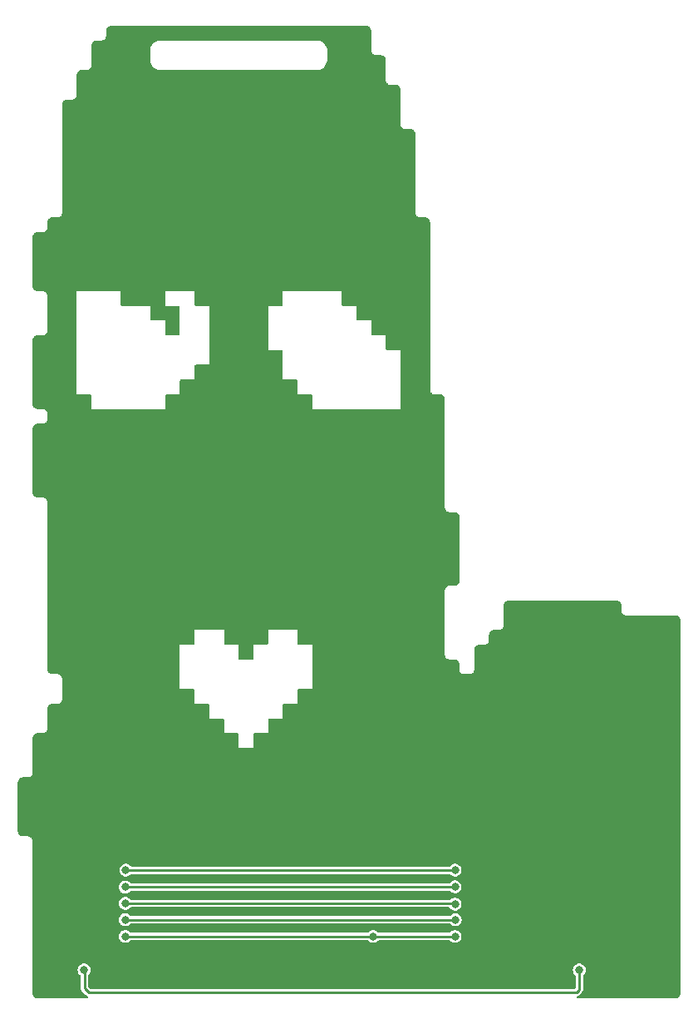
<source format=gbr>
%TF.GenerationSoftware,KiCad,Pcbnew,7.0.9*%
%TF.CreationDate,2024-01-25T10:25:38+02:00*%
%TF.ProjectId,ncscfi-badge2024,6e637363-6669-42d6-9261-646765323032,rev?*%
%TF.SameCoordinates,Original*%
%TF.FileFunction,Copper,L1,Top*%
%TF.FilePolarity,Positive*%
%FSLAX46Y46*%
G04 Gerber Fmt 4.6, Leading zero omitted, Abs format (unit mm)*
G04 Created by KiCad (PCBNEW 7.0.9) date 2024-01-25 10:25:38*
%MOMM*%
%LPD*%
G01*
G04 APERTURE LIST*
%TA.AperFunction,ViaPad*%
%ADD10C,0.800000*%
%TD*%
%TA.AperFunction,Conductor*%
%ADD11C,0.250000*%
%TD*%
G04 APERTURE END LIST*
D10*
%TO.N,PICO_PWR_IN*%
X18750000Y-108100000D03*
X69200000Y-108100000D03*
%TO.N,GND*%
X61000000Y-99550000D03*
X60800000Y-104700000D03*
%TO.N,PWM5A*%
X22950000Y-104700000D03*
X48200000Y-104700000D03*
X56550000Y-104700000D03*
%TO.N,HEART_RED*%
X56550000Y-101400000D03*
X22950000Y-101329905D03*
%TO.N,HEART_GREEN*%
X22950000Y-103000000D03*
X56574500Y-103000000D03*
%TO.N,PWM5B*%
X23000000Y-97950000D03*
X56550000Y-97950000D03*
%TO.N,PWM6A*%
X22950000Y-99674500D03*
X56550000Y-99650000D03*
%TD*%
D11*
%TO.N,PICO_PWR_IN*%
X69200000Y-108100000D02*
X69200000Y-110100000D01*
X19200000Y-110400000D02*
X18800000Y-110000000D01*
X68900000Y-110400000D02*
X19200000Y-110400000D01*
X18800000Y-108200000D02*
X18900000Y-108100000D01*
X18800000Y-110000000D02*
X18800000Y-108200000D01*
X69200000Y-110100000D02*
X68900000Y-110400000D01*
%TO.N,GND*%
X78000000Y-99650000D02*
X78050000Y-99700000D01*
X61000000Y-99550000D02*
X61100000Y-99650000D01*
X60800500Y-104700500D02*
X60800000Y-104700000D01*
X78050000Y-104700500D02*
X60800500Y-104700500D01*
X61100000Y-99650000D02*
X78000000Y-99650000D01*
X78050000Y-99700000D02*
X78050000Y-104700500D01*
%TO.N,PWM5A*%
X48200000Y-104700000D02*
X56550000Y-104700000D01*
X22950000Y-104700000D02*
X48200000Y-104700000D01*
%TO.N,HEART_RED*%
X56479905Y-101329905D02*
X56550000Y-101400000D01*
X22950000Y-101329905D02*
X56479905Y-101329905D01*
%TO.N,HEART_GREEN*%
X22950000Y-103000000D02*
X56574500Y-103000000D01*
%TO.N,PWM5B*%
X23000000Y-97950000D02*
X56550000Y-97950000D01*
%TO.N,PWM6A*%
X22974500Y-99650000D02*
X22950000Y-99674500D01*
X56550000Y-99650000D02*
X22974500Y-99650000D01*
%TD*%
%TA.AperFunction,Conductor*%
%TO.N,GND*%
G36*
X47503455Y-12000889D02*
G01*
X47516485Y-12002357D01*
X47526354Y-12003470D01*
X47568982Y-12009081D01*
X47605831Y-12013932D01*
X47630599Y-12019830D01*
X47664736Y-12031775D01*
X47667976Y-12033011D01*
X47722195Y-12055469D01*
X47740695Y-12065027D01*
X47775520Y-12086909D01*
X47780267Y-12090212D01*
X47828200Y-12126993D01*
X47834295Y-12132337D01*
X47867660Y-12165702D01*
X47873005Y-12171798D01*
X47909786Y-12219731D01*
X47913097Y-12224490D01*
X47934967Y-12259296D01*
X47944536Y-12277818D01*
X47966983Y-12332014D01*
X47968223Y-12335263D01*
X47980169Y-12369401D01*
X47986066Y-12394169D01*
X47996530Y-12473647D01*
X47999110Y-12496538D01*
X47999500Y-12503486D01*
X47999500Y-14556399D01*
X48024596Y-14666350D01*
X48073532Y-14767966D01*
X48073533Y-14767969D01*
X48108196Y-14811433D01*
X48143854Y-14856146D01*
X48180710Y-14885538D01*
X48232030Y-14926466D01*
X48232033Y-14926467D01*
X48333649Y-14975403D01*
X48443600Y-15000499D01*
X48443605Y-15000499D01*
X48443607Y-15000500D01*
X48499901Y-15000500D01*
X48996518Y-15000500D01*
X49003455Y-15000889D01*
X49016485Y-15002357D01*
X49026354Y-15003470D01*
X49068982Y-15009081D01*
X49105831Y-15013932D01*
X49130599Y-15019830D01*
X49164736Y-15031775D01*
X49167976Y-15033011D01*
X49222195Y-15055469D01*
X49240695Y-15065027D01*
X49275520Y-15086909D01*
X49280267Y-15090212D01*
X49328200Y-15126993D01*
X49334295Y-15132337D01*
X49367660Y-15165702D01*
X49373005Y-15171798D01*
X49409786Y-15219731D01*
X49413097Y-15224490D01*
X49434967Y-15259296D01*
X49444536Y-15277818D01*
X49466983Y-15332014D01*
X49468223Y-15335263D01*
X49480169Y-15369401D01*
X49486066Y-15394169D01*
X49496530Y-15473647D01*
X49499110Y-15496538D01*
X49499500Y-15503486D01*
X49499500Y-17556399D01*
X49524596Y-17666350D01*
X49573532Y-17767966D01*
X49573533Y-17767969D01*
X49608196Y-17811433D01*
X49643854Y-17856146D01*
X49680710Y-17885538D01*
X49732030Y-17926466D01*
X49732033Y-17926467D01*
X49833649Y-17975403D01*
X49943600Y-18000499D01*
X49943605Y-18000499D01*
X49943607Y-18000500D01*
X49999901Y-18000500D01*
X50496518Y-18000500D01*
X50503455Y-18000889D01*
X50516485Y-18002357D01*
X50526354Y-18003470D01*
X50568982Y-18009081D01*
X50605831Y-18013932D01*
X50630599Y-18019830D01*
X50664736Y-18031775D01*
X50667976Y-18033011D01*
X50722195Y-18055469D01*
X50740695Y-18065027D01*
X50775520Y-18086909D01*
X50780267Y-18090212D01*
X50828200Y-18126993D01*
X50834295Y-18132337D01*
X50867660Y-18165702D01*
X50873005Y-18171798D01*
X50909786Y-18219731D01*
X50913097Y-18224490D01*
X50934967Y-18259296D01*
X50944536Y-18277818D01*
X50966983Y-18332014D01*
X50968223Y-18335263D01*
X50980169Y-18369401D01*
X50986066Y-18394169D01*
X50996530Y-18473647D01*
X50999110Y-18496538D01*
X50999500Y-18503486D01*
X50999500Y-22056399D01*
X51024596Y-22166350D01*
X51073532Y-22267966D01*
X51073533Y-22267969D01*
X51108196Y-22311433D01*
X51143854Y-22356146D01*
X51180710Y-22385538D01*
X51232030Y-22426466D01*
X51232033Y-22426467D01*
X51333649Y-22475403D01*
X51443600Y-22500499D01*
X51443605Y-22500499D01*
X51443607Y-22500500D01*
X51499901Y-22500500D01*
X51996518Y-22500500D01*
X52003455Y-22500889D01*
X52016485Y-22502357D01*
X52026354Y-22503470D01*
X52068982Y-22509081D01*
X52105831Y-22513932D01*
X52130599Y-22519830D01*
X52164736Y-22531775D01*
X52167976Y-22533011D01*
X52222195Y-22555469D01*
X52240695Y-22565027D01*
X52275520Y-22586909D01*
X52280267Y-22590212D01*
X52328200Y-22626993D01*
X52334295Y-22632337D01*
X52367660Y-22665702D01*
X52373005Y-22671798D01*
X52409786Y-22719731D01*
X52413097Y-22724490D01*
X52434967Y-22759296D01*
X52444536Y-22777818D01*
X52466983Y-22832014D01*
X52468223Y-22835263D01*
X52480169Y-22869401D01*
X52486066Y-22894169D01*
X52496530Y-22973647D01*
X52499110Y-22996538D01*
X52499500Y-23003486D01*
X52499500Y-31056399D01*
X52524596Y-31166350D01*
X52573532Y-31267966D01*
X52573533Y-31267969D01*
X52608196Y-31311433D01*
X52643854Y-31356146D01*
X52680710Y-31385538D01*
X52732030Y-31426466D01*
X52732033Y-31426467D01*
X52833649Y-31475403D01*
X52943600Y-31500499D01*
X52943605Y-31500499D01*
X52943607Y-31500500D01*
X52999901Y-31500500D01*
X53496518Y-31500500D01*
X53503455Y-31500889D01*
X53516485Y-31502357D01*
X53526354Y-31503470D01*
X53568982Y-31509081D01*
X53605831Y-31513932D01*
X53630599Y-31519830D01*
X53664736Y-31531775D01*
X53667976Y-31533011D01*
X53722195Y-31555469D01*
X53740695Y-31565027D01*
X53775520Y-31586909D01*
X53780267Y-31590212D01*
X53828200Y-31626993D01*
X53834295Y-31632337D01*
X53867660Y-31665702D01*
X53873005Y-31671798D01*
X53909786Y-31719731D01*
X53913097Y-31724490D01*
X53934967Y-31759296D01*
X53944536Y-31777818D01*
X53966983Y-31832014D01*
X53968223Y-31835263D01*
X53980169Y-31869401D01*
X53986066Y-31894169D01*
X53996530Y-31973647D01*
X53999110Y-31996538D01*
X53999500Y-32003486D01*
X53999500Y-49056399D01*
X54024596Y-49166350D01*
X54073532Y-49267966D01*
X54073533Y-49267969D01*
X54108196Y-49311433D01*
X54143854Y-49356146D01*
X54180710Y-49385538D01*
X54232030Y-49426466D01*
X54232033Y-49426467D01*
X54333649Y-49475403D01*
X54443600Y-49500499D01*
X54443605Y-49500499D01*
X54443607Y-49500500D01*
X54499901Y-49500500D01*
X54996518Y-49500500D01*
X55003455Y-49500889D01*
X55016485Y-49502357D01*
X55026354Y-49503470D01*
X55068982Y-49509081D01*
X55105831Y-49513932D01*
X55130599Y-49519830D01*
X55164736Y-49531775D01*
X55167976Y-49533011D01*
X55222195Y-49555469D01*
X55240695Y-49565027D01*
X55275520Y-49586909D01*
X55280267Y-49590212D01*
X55328200Y-49626993D01*
X55334295Y-49632337D01*
X55367660Y-49665702D01*
X55373005Y-49671798D01*
X55409786Y-49719731D01*
X55413097Y-49724490D01*
X55434967Y-49759296D01*
X55444536Y-49777818D01*
X55466983Y-49832014D01*
X55468223Y-49835263D01*
X55480169Y-49869401D01*
X55486066Y-49894169D01*
X55496530Y-49973647D01*
X55499110Y-49996538D01*
X55499500Y-50003486D01*
X55499500Y-61056399D01*
X55524596Y-61166350D01*
X55573532Y-61267966D01*
X55573533Y-61267969D01*
X55608196Y-61311433D01*
X55643854Y-61356146D01*
X55680710Y-61385538D01*
X55732030Y-61426466D01*
X55732033Y-61426467D01*
X55833649Y-61475403D01*
X55943600Y-61500499D01*
X55943605Y-61500499D01*
X55943607Y-61500500D01*
X55999901Y-61500500D01*
X56496518Y-61500500D01*
X56503455Y-61500889D01*
X56516485Y-61502357D01*
X56526354Y-61503470D01*
X56568982Y-61509081D01*
X56605831Y-61513932D01*
X56630599Y-61519830D01*
X56664736Y-61531775D01*
X56667976Y-61533011D01*
X56722195Y-61555469D01*
X56740695Y-61565027D01*
X56775520Y-61586909D01*
X56780267Y-61590212D01*
X56828200Y-61626993D01*
X56834295Y-61632337D01*
X56867660Y-61665702D01*
X56873005Y-61671798D01*
X56909786Y-61719731D01*
X56913097Y-61724490D01*
X56934967Y-61759296D01*
X56944536Y-61777818D01*
X56966983Y-61832014D01*
X56968223Y-61835263D01*
X56980169Y-61869401D01*
X56986066Y-61894169D01*
X56996530Y-61973647D01*
X56999110Y-61996538D01*
X56999500Y-62003486D01*
X56999500Y-68496514D01*
X56999110Y-68503462D01*
X56996530Y-68526351D01*
X56986066Y-68605829D01*
X56980169Y-68630597D01*
X56968223Y-68664735D01*
X56966983Y-68667984D01*
X56944536Y-68722180D01*
X56934967Y-68740702D01*
X56913097Y-68775508D01*
X56909786Y-68780267D01*
X56873005Y-68828200D01*
X56867653Y-68834304D01*
X56834304Y-68867653D01*
X56828200Y-68873005D01*
X56780267Y-68909786D01*
X56775508Y-68913097D01*
X56740702Y-68934967D01*
X56722180Y-68944536D01*
X56667984Y-68966983D01*
X56664735Y-68968223D01*
X56630597Y-68980169D01*
X56605829Y-68986066D01*
X56526351Y-68996530D01*
X56505688Y-68998859D01*
X56503460Y-68999110D01*
X56496514Y-68999500D01*
X55943600Y-68999500D01*
X55833649Y-69024596D01*
X55732033Y-69073532D01*
X55732030Y-69073533D01*
X55643854Y-69143854D01*
X55573533Y-69232030D01*
X55573532Y-69232033D01*
X55524596Y-69333649D01*
X55499500Y-69443600D01*
X55499500Y-76056399D01*
X55524596Y-76166350D01*
X55573532Y-76267966D01*
X55573533Y-76267969D01*
X55608196Y-76311433D01*
X55643854Y-76356146D01*
X55668750Y-76376000D01*
X55732030Y-76426466D01*
X55732033Y-76426467D01*
X55833649Y-76475403D01*
X55943600Y-76500499D01*
X55943605Y-76500499D01*
X55943607Y-76500500D01*
X55999901Y-76500500D01*
X56496518Y-76500500D01*
X56503455Y-76500889D01*
X56516485Y-76502357D01*
X56526354Y-76503470D01*
X56568982Y-76509081D01*
X56605831Y-76513932D01*
X56630599Y-76519830D01*
X56664736Y-76531775D01*
X56667976Y-76533011D01*
X56722195Y-76555469D01*
X56740695Y-76565027D01*
X56775520Y-76586909D01*
X56780267Y-76590212D01*
X56828200Y-76626993D01*
X56834295Y-76632337D01*
X56867660Y-76665702D01*
X56873005Y-76671798D01*
X56909786Y-76719731D01*
X56913097Y-76724490D01*
X56934967Y-76759296D01*
X56944536Y-76777818D01*
X56966983Y-76832014D01*
X56968223Y-76835263D01*
X56980169Y-76869401D01*
X56986066Y-76894169D01*
X56996530Y-76973647D01*
X56999110Y-76996538D01*
X56999500Y-77003486D01*
X56999500Y-77556399D01*
X57024596Y-77666350D01*
X57073532Y-77767966D01*
X57073533Y-77767969D01*
X57108196Y-77811433D01*
X57143854Y-77856146D01*
X57180710Y-77885538D01*
X57232030Y-77926466D01*
X57232033Y-77926467D01*
X57333649Y-77975403D01*
X57443600Y-78000499D01*
X57443605Y-78000499D01*
X57443607Y-78000500D01*
X57443609Y-78000500D01*
X58056391Y-78000500D01*
X58056393Y-78000500D01*
X58056395Y-78000499D01*
X58056399Y-78000499D01*
X58124362Y-77984986D01*
X58166351Y-77975403D01*
X58267967Y-77926467D01*
X58267967Y-77926466D01*
X58267969Y-77926466D01*
X58313036Y-77890525D01*
X58356146Y-77856146D01*
X58416658Y-77780267D01*
X58426466Y-77767969D01*
X58426467Y-77767966D01*
X58448510Y-77722195D01*
X58475403Y-77666351D01*
X58500500Y-77556393D01*
X58500500Y-77500000D01*
X58500500Y-77499500D01*
X58500500Y-75503480D01*
X58500889Y-75496546D01*
X58503470Y-75473645D01*
X58506944Y-75447248D01*
X58513933Y-75394163D01*
X58519830Y-75369399D01*
X58531775Y-75335262D01*
X58533001Y-75332047D01*
X58555474Y-75277794D01*
X58565021Y-75259313D01*
X58586922Y-75224459D01*
X58590197Y-75219752D01*
X58627003Y-75171786D01*
X58632323Y-75165718D01*
X58665718Y-75132323D01*
X58671786Y-75127003D01*
X58719752Y-75090197D01*
X58724459Y-75086922D01*
X58759313Y-75065021D01*
X58777794Y-75055474D01*
X58832047Y-75033001D01*
X58835253Y-75031778D01*
X58869402Y-75019829D01*
X58894163Y-75013933D01*
X58941020Y-75007764D01*
X58973646Y-75003470D01*
X58982632Y-75002456D01*
X58996545Y-75000889D01*
X59003481Y-75000500D01*
X59556391Y-75000500D01*
X59556393Y-75000500D01*
X59556395Y-75000499D01*
X59556399Y-75000499D01*
X59624362Y-74984986D01*
X59666351Y-74975403D01*
X59767967Y-74926467D01*
X59767967Y-74926466D01*
X59767969Y-74926466D01*
X59813036Y-74890525D01*
X59856146Y-74856146D01*
X59908978Y-74789896D01*
X59926466Y-74767969D01*
X59926467Y-74767966D01*
X59975403Y-74666350D01*
X60000499Y-74556399D01*
X60000500Y-74556391D01*
X60000500Y-74003480D01*
X60000889Y-73996546D01*
X60003470Y-73973645D01*
X60006944Y-73947248D01*
X60013933Y-73894163D01*
X60019830Y-73869399D01*
X60031775Y-73835262D01*
X60033001Y-73832047D01*
X60055474Y-73777794D01*
X60065021Y-73759313D01*
X60086922Y-73724459D01*
X60090197Y-73719752D01*
X60127003Y-73671786D01*
X60132323Y-73665718D01*
X60165718Y-73632323D01*
X60171786Y-73627003D01*
X60219752Y-73590197D01*
X60224459Y-73586922D01*
X60259313Y-73565021D01*
X60277794Y-73555474D01*
X60332047Y-73533001D01*
X60335253Y-73531778D01*
X60369402Y-73519829D01*
X60394163Y-73513933D01*
X60441020Y-73507764D01*
X60473646Y-73503470D01*
X60482632Y-73502456D01*
X60496545Y-73500889D01*
X60503481Y-73500500D01*
X61056391Y-73500500D01*
X61056393Y-73500500D01*
X61056395Y-73500499D01*
X61056399Y-73500499D01*
X61124362Y-73484986D01*
X61166351Y-73475403D01*
X61267967Y-73426467D01*
X61267967Y-73426466D01*
X61267969Y-73426466D01*
X61313036Y-73390525D01*
X61356146Y-73356146D01*
X61408978Y-73289896D01*
X61426466Y-73267969D01*
X61426467Y-73267966D01*
X61475403Y-73166350D01*
X61500499Y-73056399D01*
X61500500Y-73056391D01*
X61500500Y-71003480D01*
X61500890Y-70996538D01*
X61502687Y-70980586D01*
X61503470Y-70973645D01*
X61506944Y-70947248D01*
X61513933Y-70894163D01*
X61519830Y-70869399D01*
X61531775Y-70835262D01*
X61533001Y-70832047D01*
X61555474Y-70777794D01*
X61565021Y-70759313D01*
X61586922Y-70724459D01*
X61590197Y-70719752D01*
X61627003Y-70671786D01*
X61632323Y-70665718D01*
X61665718Y-70632323D01*
X61671786Y-70627003D01*
X61719752Y-70590197D01*
X61724459Y-70586922D01*
X61759313Y-70565021D01*
X61777794Y-70555474D01*
X61832047Y-70533001D01*
X61835253Y-70531778D01*
X61869402Y-70519829D01*
X61894163Y-70513933D01*
X61941020Y-70507764D01*
X61973646Y-70503470D01*
X61982632Y-70502456D01*
X61996545Y-70500889D01*
X62003481Y-70500500D01*
X72996518Y-70500500D01*
X73003455Y-70500889D01*
X73016485Y-70502357D01*
X73026354Y-70503470D01*
X73068982Y-70509081D01*
X73105831Y-70513932D01*
X73130599Y-70519830D01*
X73164736Y-70531775D01*
X73167976Y-70533011D01*
X73222195Y-70555469D01*
X73240695Y-70565027D01*
X73275520Y-70586909D01*
X73280267Y-70590212D01*
X73328200Y-70626993D01*
X73334295Y-70632337D01*
X73367660Y-70665702D01*
X73373005Y-70671798D01*
X73409786Y-70719731D01*
X73413097Y-70724490D01*
X73434967Y-70759296D01*
X73444536Y-70777818D01*
X73466983Y-70832014D01*
X73468223Y-70835263D01*
X73480169Y-70869401D01*
X73486066Y-70894169D01*
X73496530Y-70973647D01*
X73499110Y-70996538D01*
X73499500Y-71003486D01*
X73499500Y-71556399D01*
X73524596Y-71666350D01*
X73573532Y-71767966D01*
X73573533Y-71767969D01*
X73608196Y-71811433D01*
X73643854Y-71856146D01*
X73680710Y-71885538D01*
X73732030Y-71926466D01*
X73732033Y-71926467D01*
X73833649Y-71975403D01*
X73943600Y-72000499D01*
X73943605Y-72000499D01*
X73943607Y-72000500D01*
X73999901Y-72000500D01*
X78996518Y-72000500D01*
X79003455Y-72000889D01*
X79016485Y-72002357D01*
X79026354Y-72003470D01*
X79068982Y-72009081D01*
X79105831Y-72013932D01*
X79130599Y-72019830D01*
X79164736Y-72031775D01*
X79167976Y-72033011D01*
X79222195Y-72055469D01*
X79240695Y-72065027D01*
X79275520Y-72086909D01*
X79280267Y-72090212D01*
X79328200Y-72126993D01*
X79334295Y-72132337D01*
X79367660Y-72165702D01*
X79373005Y-72171798D01*
X79409786Y-72219731D01*
X79413097Y-72224490D01*
X79434967Y-72259296D01*
X79444536Y-72277818D01*
X79466983Y-72332014D01*
X79468223Y-72335263D01*
X79480169Y-72369401D01*
X79486066Y-72394169D01*
X79496530Y-72473647D01*
X79499110Y-72496538D01*
X79499500Y-72503486D01*
X79499500Y-110496514D01*
X79499110Y-110503462D01*
X79496530Y-110526351D01*
X79486066Y-110605829D01*
X79480169Y-110630597D01*
X79468223Y-110664735D01*
X79466983Y-110667984D01*
X79444536Y-110722180D01*
X79434967Y-110740702D01*
X79413097Y-110775508D01*
X79409786Y-110780267D01*
X79373005Y-110828200D01*
X79367653Y-110834304D01*
X79334304Y-110867653D01*
X79328200Y-110873005D01*
X79280267Y-110909786D01*
X79275508Y-110913097D01*
X79240702Y-110934967D01*
X79222180Y-110944536D01*
X79167984Y-110966983D01*
X79164735Y-110968223D01*
X79130597Y-110980169D01*
X79105829Y-110986066D01*
X79026351Y-110996530D01*
X79005688Y-110998859D01*
X79003460Y-110999110D01*
X78996514Y-110999500D01*
X69069250Y-110999500D01*
X69002211Y-110979815D01*
X68956456Y-110927011D01*
X68946512Y-110857853D01*
X68975537Y-110794297D01*
X69015759Y-110767146D01*
X69014573Y-110764955D01*
X69023608Y-110760065D01*
X69023610Y-110760065D01*
X69071877Y-110733944D01*
X69121211Y-110709826D01*
X69121214Y-110709823D01*
X69127594Y-110705268D01*
X69133819Y-110700422D01*
X69133826Y-110700419D01*
X69171008Y-110660028D01*
X69428889Y-110402146D01*
X69448746Y-110386022D01*
X69457836Y-110380084D01*
X69479638Y-110352071D01*
X69484733Y-110346303D01*
X69487519Y-110343518D01*
X69487528Y-110343506D01*
X69501086Y-110324516D01*
X69534807Y-110281192D01*
X69538547Y-110274280D01*
X69542003Y-110267207D01*
X69542010Y-110267199D01*
X69557670Y-110214596D01*
X69575500Y-110162660D01*
X69575500Y-110162655D01*
X69576790Y-110154924D01*
X69577768Y-110147085D01*
X69575500Y-110092244D01*
X69575500Y-108692202D01*
X69595185Y-108625163D01*
X69617274Y-108599386D01*
X69690482Y-108534531D01*
X69690484Y-108534528D01*
X69780220Y-108404523D01*
X69836237Y-108256818D01*
X69855278Y-108100000D01*
X69836237Y-107943182D01*
X69780220Y-107795477D01*
X69690483Y-107665470D01*
X69572240Y-107560717D01*
X69572238Y-107560716D01*
X69572237Y-107560715D01*
X69432365Y-107487303D01*
X69278986Y-107449500D01*
X69278985Y-107449500D01*
X69121015Y-107449500D01*
X69121014Y-107449500D01*
X68967634Y-107487303D01*
X68827762Y-107560715D01*
X68709516Y-107665471D01*
X68619781Y-107795475D01*
X68619780Y-107795476D01*
X68563762Y-107943181D01*
X68544722Y-108099999D01*
X68544722Y-108100000D01*
X68563762Y-108256818D01*
X68619780Y-108404523D01*
X68619781Y-108404524D01*
X68709517Y-108534531D01*
X68782726Y-108599386D01*
X68819853Y-108658574D01*
X68824500Y-108692202D01*
X68824500Y-109893100D01*
X68804815Y-109960139D01*
X68788181Y-109980781D01*
X68780781Y-109988181D01*
X68719458Y-110021666D01*
X68693100Y-110024500D01*
X19406900Y-110024500D01*
X19339861Y-110004815D01*
X19319219Y-109988181D01*
X19211819Y-109880781D01*
X19178334Y-109819458D01*
X19175500Y-109793100D01*
X19175500Y-108647907D01*
X19195185Y-108580868D01*
X19217270Y-108555094D01*
X19240483Y-108534530D01*
X19330220Y-108404523D01*
X19386237Y-108256818D01*
X19405278Y-108100000D01*
X19386237Y-107943182D01*
X19330220Y-107795477D01*
X19240483Y-107665470D01*
X19122240Y-107560717D01*
X19122238Y-107560716D01*
X19122237Y-107560715D01*
X18982365Y-107487303D01*
X18828986Y-107449500D01*
X18828985Y-107449500D01*
X18671015Y-107449500D01*
X18671014Y-107449500D01*
X18517634Y-107487303D01*
X18377762Y-107560715D01*
X18259516Y-107665471D01*
X18169781Y-107795475D01*
X18169780Y-107795476D01*
X18113762Y-107943181D01*
X18094722Y-108099999D01*
X18094722Y-108100000D01*
X18113762Y-108256818D01*
X18169780Y-108404523D01*
X18169781Y-108404524D01*
X18259517Y-108534531D01*
X18309940Y-108579200D01*
X18377760Y-108639283D01*
X18377763Y-108639284D01*
X18382726Y-108643681D01*
X18419853Y-108702870D01*
X18424500Y-108736497D01*
X18424500Y-109948196D01*
X18421862Y-109973634D01*
X18419633Y-109984268D01*
X18419633Y-109984269D01*
X18419633Y-109984271D01*
X18424023Y-110019491D01*
X18424500Y-110027167D01*
X18424500Y-110031116D01*
X18428342Y-110054141D01*
X18435134Y-110108627D01*
X18437373Y-110116147D01*
X18439934Y-110123608D01*
X18439935Y-110123610D01*
X18461067Y-110162660D01*
X18466055Y-110171877D01*
X18490174Y-110221211D01*
X18494742Y-110227609D01*
X18499582Y-110233827D01*
X18539971Y-110271009D01*
X18897849Y-110628886D01*
X18913977Y-110648745D01*
X18919916Y-110657836D01*
X18947932Y-110679641D01*
X18953693Y-110684730D01*
X18956482Y-110687519D01*
X18975483Y-110701085D01*
X19002605Y-110722195D01*
X19018811Y-110734809D01*
X19025722Y-110738549D01*
X19032800Y-110742010D01*
X19081992Y-110756655D01*
X19140627Y-110794650D01*
X19169413Y-110858314D01*
X19159210Y-110927435D01*
X19113257Y-110980067D01*
X19046610Y-110999500D01*
X14003486Y-110999500D01*
X13996539Y-110999110D01*
X13993592Y-110998777D01*
X13973647Y-110996530D01*
X13894169Y-110986066D01*
X13869401Y-110980169D01*
X13835263Y-110968223D01*
X13832014Y-110966983D01*
X13790803Y-110949914D01*
X13777813Y-110944533D01*
X13759296Y-110934967D01*
X13724490Y-110913097D01*
X13719731Y-110909786D01*
X13671798Y-110873005D01*
X13665702Y-110867660D01*
X13632337Y-110834295D01*
X13626993Y-110828200D01*
X13590212Y-110780267D01*
X13586909Y-110775520D01*
X13565027Y-110740695D01*
X13555469Y-110722195D01*
X13533011Y-110667976D01*
X13531775Y-110664736D01*
X13519830Y-110630599D01*
X13513932Y-110605831D01*
X13503470Y-110526354D01*
X13502357Y-110516485D01*
X13500889Y-110503455D01*
X13500500Y-110496518D01*
X13500500Y-104700000D01*
X22294722Y-104700000D01*
X22313762Y-104856818D01*
X22369780Y-105004523D01*
X22459517Y-105134530D01*
X22577760Y-105239283D01*
X22577762Y-105239284D01*
X22717634Y-105312696D01*
X22871014Y-105350500D01*
X22871015Y-105350500D01*
X23028985Y-105350500D01*
X23182365Y-105312696D01*
X23322240Y-105239283D01*
X23440483Y-105134530D01*
X23444257Y-105129061D01*
X23498537Y-105085071D01*
X23546308Y-105075500D01*
X47603692Y-105075500D01*
X47670731Y-105095185D01*
X47705742Y-105129061D01*
X47708163Y-105132569D01*
X47709515Y-105134528D01*
X47709517Y-105134530D01*
X47827760Y-105239283D01*
X47827762Y-105239284D01*
X47967634Y-105312696D01*
X48121014Y-105350500D01*
X48121015Y-105350500D01*
X48278985Y-105350500D01*
X48432365Y-105312696D01*
X48572240Y-105239283D01*
X48690483Y-105134530D01*
X48694257Y-105129061D01*
X48748537Y-105085071D01*
X48796308Y-105075500D01*
X55953692Y-105075500D01*
X56020731Y-105095185D01*
X56055742Y-105129061D01*
X56058163Y-105132569D01*
X56059515Y-105134528D01*
X56059517Y-105134530D01*
X56177760Y-105239283D01*
X56177762Y-105239284D01*
X56317634Y-105312696D01*
X56471014Y-105350500D01*
X56471015Y-105350500D01*
X56628985Y-105350500D01*
X56782365Y-105312696D01*
X56922240Y-105239283D01*
X57040483Y-105134530D01*
X57130220Y-105004523D01*
X57186237Y-104856818D01*
X57205278Y-104700000D01*
X57186237Y-104543182D01*
X57130220Y-104395477D01*
X57040483Y-104265470D01*
X56922240Y-104160717D01*
X56922238Y-104160716D01*
X56922237Y-104160715D01*
X56782365Y-104087303D01*
X56628986Y-104049500D01*
X56628985Y-104049500D01*
X56471015Y-104049500D01*
X56471014Y-104049500D01*
X56317634Y-104087303D01*
X56177762Y-104160715D01*
X56059516Y-104265470D01*
X56057089Y-104268987D01*
X56055742Y-104270938D01*
X56001463Y-104314929D01*
X55953692Y-104324500D01*
X48796308Y-104324500D01*
X48729269Y-104304815D01*
X48694257Y-104270938D01*
X48690483Y-104265470D01*
X48572240Y-104160717D01*
X48572238Y-104160716D01*
X48572237Y-104160715D01*
X48432365Y-104087303D01*
X48278986Y-104049500D01*
X48278985Y-104049500D01*
X48121015Y-104049500D01*
X48121014Y-104049500D01*
X47967634Y-104087303D01*
X47827762Y-104160715D01*
X47709516Y-104265470D01*
X47707089Y-104268987D01*
X47705742Y-104270938D01*
X47651463Y-104314929D01*
X47603692Y-104324500D01*
X23546308Y-104324500D01*
X23479269Y-104304815D01*
X23444257Y-104270938D01*
X23440483Y-104265470D01*
X23322240Y-104160717D01*
X23322238Y-104160716D01*
X23322237Y-104160715D01*
X23182365Y-104087303D01*
X23028986Y-104049500D01*
X23028985Y-104049500D01*
X22871015Y-104049500D01*
X22871014Y-104049500D01*
X22717634Y-104087303D01*
X22577762Y-104160715D01*
X22459516Y-104265471D01*
X22369781Y-104395475D01*
X22369780Y-104395476D01*
X22313762Y-104543181D01*
X22294722Y-104699999D01*
X22294722Y-104700000D01*
X13500500Y-104700000D01*
X13500500Y-103000000D01*
X22294722Y-103000000D01*
X22313762Y-103156818D01*
X22369780Y-103304523D01*
X22459517Y-103434530D01*
X22577760Y-103539283D01*
X22577762Y-103539284D01*
X22717634Y-103612696D01*
X22871014Y-103650500D01*
X22871015Y-103650500D01*
X23028985Y-103650500D01*
X23182365Y-103612696D01*
X23322240Y-103539283D01*
X23440483Y-103434530D01*
X23444257Y-103429061D01*
X23498537Y-103385071D01*
X23546308Y-103375500D01*
X55978192Y-103375500D01*
X56045231Y-103395185D01*
X56080242Y-103429061D01*
X56082663Y-103432569D01*
X56084015Y-103434528D01*
X56084017Y-103434530D01*
X56202260Y-103539283D01*
X56202262Y-103539284D01*
X56342134Y-103612696D01*
X56495514Y-103650500D01*
X56495515Y-103650500D01*
X56653485Y-103650500D01*
X56806865Y-103612696D01*
X56946740Y-103539283D01*
X57064983Y-103434530D01*
X57154720Y-103304523D01*
X57210737Y-103156818D01*
X57229778Y-103000000D01*
X57210737Y-102843182D01*
X57154720Y-102695477D01*
X57064983Y-102565470D01*
X56946740Y-102460717D01*
X56946738Y-102460716D01*
X56946737Y-102460715D01*
X56806865Y-102387303D01*
X56653486Y-102349500D01*
X56653485Y-102349500D01*
X56495515Y-102349500D01*
X56495514Y-102349500D01*
X56342134Y-102387303D01*
X56202262Y-102460715D01*
X56084016Y-102565470D01*
X56081589Y-102568987D01*
X56080242Y-102570938D01*
X56025963Y-102614929D01*
X55978192Y-102624500D01*
X23546308Y-102624500D01*
X23479269Y-102604815D01*
X23444257Y-102570938D01*
X23440483Y-102565470D01*
X23322240Y-102460717D01*
X23322238Y-102460716D01*
X23322237Y-102460715D01*
X23182365Y-102387303D01*
X23028986Y-102349500D01*
X23028985Y-102349500D01*
X22871015Y-102349500D01*
X22871014Y-102349500D01*
X22717634Y-102387303D01*
X22577762Y-102460715D01*
X22459516Y-102565471D01*
X22369781Y-102695475D01*
X22369780Y-102695476D01*
X22313762Y-102843181D01*
X22294722Y-102999999D01*
X22294722Y-103000000D01*
X13500500Y-103000000D01*
X13500500Y-101329905D01*
X22294722Y-101329905D01*
X22313762Y-101486723D01*
X22340346Y-101556818D01*
X22369780Y-101634428D01*
X22459517Y-101764435D01*
X22577760Y-101869188D01*
X22577762Y-101869189D01*
X22717634Y-101942601D01*
X22871014Y-101980405D01*
X22871015Y-101980405D01*
X23028985Y-101980405D01*
X23182365Y-101942601D01*
X23188687Y-101939283D01*
X23322240Y-101869188D01*
X23440483Y-101764435D01*
X23444257Y-101758966D01*
X23498537Y-101714976D01*
X23546308Y-101705405D01*
X55905309Y-101705405D01*
X55972348Y-101725090D01*
X56007359Y-101758966D01*
X56059514Y-101834527D01*
X56059516Y-101834529D01*
X56059517Y-101834530D01*
X56177760Y-101939283D01*
X56177762Y-101939284D01*
X56317634Y-102012696D01*
X56471014Y-102050500D01*
X56471015Y-102050500D01*
X56628985Y-102050500D01*
X56782365Y-102012696D01*
X56922240Y-101939283D01*
X57040483Y-101834530D01*
X57130220Y-101704523D01*
X57186237Y-101556818D01*
X57205278Y-101400000D01*
X57186237Y-101243182D01*
X57130220Y-101095477D01*
X57040483Y-100965470D01*
X56922240Y-100860717D01*
X56922238Y-100860716D01*
X56922237Y-100860715D01*
X56782365Y-100787303D01*
X56628986Y-100749500D01*
X56628985Y-100749500D01*
X56471015Y-100749500D01*
X56471014Y-100749500D01*
X56317634Y-100787303D01*
X56177761Y-100860715D01*
X56177759Y-100860716D01*
X56107206Y-100923221D01*
X56043973Y-100952942D01*
X56024980Y-100954405D01*
X23546308Y-100954405D01*
X23479269Y-100934720D01*
X23444257Y-100900843D01*
X23440483Y-100895375D01*
X23322240Y-100790622D01*
X23322238Y-100790621D01*
X23322237Y-100790620D01*
X23182365Y-100717208D01*
X23028986Y-100679405D01*
X23028985Y-100679405D01*
X22871015Y-100679405D01*
X22871014Y-100679405D01*
X22717634Y-100717208D01*
X22577762Y-100790620D01*
X22459516Y-100895376D01*
X22369781Y-101025380D01*
X22369780Y-101025381D01*
X22313762Y-101173086D01*
X22294722Y-101329904D01*
X22294722Y-101329905D01*
X13500500Y-101329905D01*
X13500500Y-99674500D01*
X22294722Y-99674500D01*
X22313762Y-99831318D01*
X22360488Y-99954523D01*
X22369780Y-99979023D01*
X22459517Y-100109030D01*
X22577760Y-100213783D01*
X22577762Y-100213784D01*
X22717634Y-100287196D01*
X22871014Y-100325000D01*
X22871015Y-100325000D01*
X23028985Y-100325000D01*
X23182365Y-100287196D01*
X23229045Y-100262696D01*
X23322240Y-100213783D01*
X23440483Y-100109030D01*
X23461170Y-100079058D01*
X23515453Y-100035069D01*
X23563220Y-100025500D01*
X55953692Y-100025500D01*
X56020731Y-100045185D01*
X56055742Y-100079061D01*
X56058163Y-100082569D01*
X56059515Y-100084528D01*
X56059517Y-100084530D01*
X56177760Y-100189283D01*
X56177762Y-100189284D01*
X56317634Y-100262696D01*
X56471014Y-100300500D01*
X56471015Y-100300500D01*
X56628985Y-100300500D01*
X56782365Y-100262696D01*
X56922240Y-100189283D01*
X57040483Y-100084530D01*
X57130220Y-99954523D01*
X57186237Y-99806818D01*
X57205278Y-99650000D01*
X57186237Y-99493182D01*
X57130220Y-99345477D01*
X57040483Y-99215470D01*
X56922240Y-99110717D01*
X56922238Y-99110716D01*
X56922237Y-99110715D01*
X56782365Y-99037303D01*
X56628986Y-98999500D01*
X56628985Y-98999500D01*
X56471015Y-98999500D01*
X56471014Y-98999500D01*
X56317634Y-99037303D01*
X56177762Y-99110715D01*
X56059516Y-99215470D01*
X56057089Y-99218987D01*
X56055742Y-99220938D01*
X56001463Y-99264929D01*
X55953692Y-99274500D01*
X23526486Y-99274500D01*
X23459447Y-99254815D01*
X23444259Y-99243316D01*
X23440484Y-99239971D01*
X23440483Y-99239970D01*
X23322240Y-99135217D01*
X23322237Y-99135214D01*
X23182365Y-99061803D01*
X23028986Y-99024000D01*
X23028985Y-99024000D01*
X22871015Y-99024000D01*
X22871014Y-99024000D01*
X22717634Y-99061803D01*
X22577762Y-99135215D01*
X22459516Y-99239971D01*
X22369781Y-99369975D01*
X22369780Y-99369976D01*
X22313762Y-99517681D01*
X22294722Y-99674499D01*
X22294722Y-99674500D01*
X13500500Y-99674500D01*
X13500500Y-97950000D01*
X22344722Y-97950000D01*
X22363762Y-98106818D01*
X22419780Y-98254523D01*
X22509517Y-98384530D01*
X22627760Y-98489283D01*
X22627762Y-98489284D01*
X22767634Y-98562696D01*
X22921014Y-98600500D01*
X22921015Y-98600500D01*
X23078985Y-98600500D01*
X23232365Y-98562696D01*
X23372240Y-98489283D01*
X23490483Y-98384530D01*
X23494257Y-98379061D01*
X23548537Y-98335071D01*
X23596308Y-98325500D01*
X55953692Y-98325500D01*
X56020731Y-98345185D01*
X56055742Y-98379061D01*
X56058163Y-98382569D01*
X56059515Y-98384528D01*
X56059517Y-98384530D01*
X56177760Y-98489283D01*
X56177762Y-98489284D01*
X56317634Y-98562696D01*
X56471014Y-98600500D01*
X56471015Y-98600500D01*
X56628985Y-98600500D01*
X56782365Y-98562696D01*
X56922240Y-98489283D01*
X57040483Y-98384530D01*
X57130220Y-98254523D01*
X57186237Y-98106818D01*
X57205278Y-97950000D01*
X57186237Y-97793182D01*
X57130220Y-97645477D01*
X57040483Y-97515470D01*
X56922240Y-97410717D01*
X56922238Y-97410716D01*
X56922237Y-97410715D01*
X56782365Y-97337303D01*
X56628986Y-97299500D01*
X56628985Y-97299500D01*
X56471015Y-97299500D01*
X56471014Y-97299500D01*
X56317634Y-97337303D01*
X56177762Y-97410715D01*
X56059516Y-97515470D01*
X56057089Y-97518987D01*
X56055742Y-97520938D01*
X56001463Y-97564929D01*
X55953692Y-97574500D01*
X23596308Y-97574500D01*
X23529269Y-97554815D01*
X23494257Y-97520938D01*
X23490483Y-97515470D01*
X23372240Y-97410717D01*
X23372238Y-97410716D01*
X23372237Y-97410715D01*
X23232365Y-97337303D01*
X23078986Y-97299500D01*
X23078985Y-97299500D01*
X22921015Y-97299500D01*
X22921014Y-97299500D01*
X22767634Y-97337303D01*
X22627762Y-97410715D01*
X22509516Y-97515471D01*
X22419781Y-97645475D01*
X22419780Y-97645476D01*
X22363762Y-97793181D01*
X22344722Y-97949999D01*
X22344722Y-97950000D01*
X13500500Y-97950000D01*
X13500500Y-94943608D01*
X13500499Y-94943600D01*
X13475403Y-94833649D01*
X13426467Y-94732033D01*
X13426466Y-94732030D01*
X13385538Y-94680710D01*
X13356146Y-94643854D01*
X13326753Y-94620413D01*
X13267969Y-94573533D01*
X13267966Y-94573532D01*
X13166350Y-94524596D01*
X13056399Y-94499500D01*
X13056393Y-94499500D01*
X13000099Y-94499500D01*
X12503486Y-94499500D01*
X12496539Y-94499110D01*
X12493592Y-94498777D01*
X12473647Y-94496530D01*
X12394169Y-94486066D01*
X12369401Y-94480169D01*
X12335263Y-94468223D01*
X12332014Y-94466983D01*
X12290803Y-94449914D01*
X12277813Y-94444533D01*
X12259296Y-94434967D01*
X12224490Y-94413097D01*
X12219731Y-94409786D01*
X12171798Y-94373005D01*
X12165702Y-94367660D01*
X12132337Y-94334295D01*
X12126993Y-94328200D01*
X12090212Y-94280267D01*
X12086909Y-94275520D01*
X12065027Y-94240695D01*
X12055469Y-94222195D01*
X12033011Y-94167976D01*
X12031775Y-94164736D01*
X12019830Y-94130599D01*
X12013932Y-94105828D01*
X12003470Y-94026354D01*
X12002357Y-94016485D01*
X12000889Y-94003455D01*
X12000500Y-93996518D01*
X12000500Y-89003480D01*
X12000889Y-88996546D01*
X12003470Y-88973645D01*
X12006944Y-88947248D01*
X12013933Y-88894163D01*
X12019830Y-88869399D01*
X12031775Y-88835262D01*
X12033001Y-88832047D01*
X12055474Y-88777794D01*
X12065021Y-88759313D01*
X12086922Y-88724459D01*
X12090197Y-88719752D01*
X12127003Y-88671786D01*
X12132323Y-88665718D01*
X12165718Y-88632323D01*
X12171786Y-88627003D01*
X12219752Y-88590197D01*
X12224459Y-88586922D01*
X12259313Y-88565021D01*
X12277794Y-88555474D01*
X12332047Y-88533001D01*
X12335253Y-88531778D01*
X12369402Y-88519829D01*
X12394163Y-88513933D01*
X12441020Y-88507764D01*
X12473646Y-88503470D01*
X12482632Y-88502456D01*
X12496545Y-88500889D01*
X12503481Y-88500500D01*
X13056391Y-88500500D01*
X13056393Y-88500500D01*
X13056395Y-88500499D01*
X13056399Y-88500499D01*
X13124362Y-88484986D01*
X13166351Y-88475403D01*
X13267967Y-88426467D01*
X13267967Y-88426466D01*
X13267969Y-88426466D01*
X13313036Y-88390525D01*
X13356146Y-88356146D01*
X13408978Y-88289896D01*
X13426466Y-88267969D01*
X13426467Y-88267966D01*
X13475403Y-88166350D01*
X13500499Y-88056399D01*
X13500500Y-88056391D01*
X13500500Y-84503480D01*
X13500889Y-84496546D01*
X13503470Y-84473645D01*
X13506944Y-84447248D01*
X13513933Y-84394163D01*
X13519830Y-84369399D01*
X13531775Y-84335262D01*
X13533001Y-84332047D01*
X13555474Y-84277794D01*
X13565021Y-84259313D01*
X13586922Y-84224459D01*
X13590197Y-84219752D01*
X13627003Y-84171786D01*
X13632323Y-84165718D01*
X13665718Y-84132323D01*
X13671786Y-84127003D01*
X13719752Y-84090197D01*
X13724459Y-84086922D01*
X13759313Y-84065021D01*
X13777794Y-84055474D01*
X13832047Y-84033001D01*
X13835253Y-84031778D01*
X13869402Y-84019829D01*
X13894163Y-84013933D01*
X13941020Y-84007764D01*
X13973646Y-84003470D01*
X13982632Y-84002456D01*
X13996545Y-84000889D01*
X14003481Y-84000500D01*
X14556391Y-84000500D01*
X14556393Y-84000500D01*
X14556395Y-84000499D01*
X14556399Y-84000499D01*
X14624362Y-83984986D01*
X14666351Y-83975403D01*
X14767967Y-83926467D01*
X14767967Y-83926466D01*
X14767969Y-83926466D01*
X14813036Y-83890525D01*
X14856146Y-83856146D01*
X14908978Y-83789896D01*
X14926466Y-83767969D01*
X14926467Y-83767966D01*
X14975403Y-83666350D01*
X15000499Y-83556399D01*
X15000500Y-83556391D01*
X15000500Y-81503480D01*
X15000889Y-81496546D01*
X15003470Y-81473645D01*
X15006944Y-81447248D01*
X15013933Y-81394163D01*
X15019830Y-81369399D01*
X15031775Y-81335262D01*
X15033001Y-81332047D01*
X15055474Y-81277794D01*
X15065021Y-81259313D01*
X15086922Y-81224459D01*
X15090197Y-81219752D01*
X15127003Y-81171786D01*
X15132323Y-81165718D01*
X15165718Y-81132323D01*
X15171786Y-81127003D01*
X15219752Y-81090197D01*
X15224459Y-81086922D01*
X15259313Y-81065021D01*
X15277794Y-81055474D01*
X15332047Y-81033001D01*
X15335253Y-81031778D01*
X15369402Y-81019829D01*
X15394163Y-81013933D01*
X15441020Y-81007764D01*
X15473646Y-81003470D01*
X15482632Y-81002456D01*
X15496545Y-81000889D01*
X15503481Y-81000500D01*
X16056391Y-81000500D01*
X16056393Y-81000500D01*
X16056395Y-81000499D01*
X16056399Y-81000499D01*
X16124362Y-80984986D01*
X16166351Y-80975403D01*
X16267967Y-80926467D01*
X16267967Y-80926466D01*
X16267969Y-80926466D01*
X16313036Y-80890525D01*
X16356146Y-80856146D01*
X16408978Y-80789896D01*
X16426466Y-80767969D01*
X16426467Y-80767966D01*
X16475403Y-80666350D01*
X16500499Y-80556399D01*
X16500500Y-80556391D01*
X16500500Y-79500000D01*
X28500000Y-79500000D01*
X29876000Y-79500000D01*
X29943039Y-79519685D01*
X29988794Y-79572489D01*
X30000000Y-79624000D01*
X30000000Y-81000000D01*
X31376000Y-81000000D01*
X31443039Y-81019685D01*
X31488794Y-81072489D01*
X31500000Y-81124000D01*
X31500000Y-82500000D01*
X32876000Y-82500000D01*
X32943039Y-82519685D01*
X32988794Y-82572489D01*
X33000000Y-82624000D01*
X33000000Y-84000000D01*
X34376000Y-84000000D01*
X34443039Y-84019685D01*
X34488794Y-84072489D01*
X34500000Y-84124000D01*
X34500000Y-85500000D01*
X36000000Y-85500000D01*
X36000000Y-84124000D01*
X36019685Y-84056961D01*
X36072489Y-84011206D01*
X36124000Y-84000000D01*
X37500000Y-84000000D01*
X37500000Y-82624000D01*
X37519685Y-82556961D01*
X37572489Y-82511206D01*
X37624000Y-82500000D01*
X39000000Y-82500000D01*
X39000000Y-81124000D01*
X39019685Y-81056961D01*
X39072489Y-81011206D01*
X39124000Y-81000000D01*
X40500000Y-81000000D01*
X40500000Y-79624000D01*
X40519685Y-79556961D01*
X40572489Y-79511206D01*
X40624000Y-79500000D01*
X42000000Y-79500000D01*
X42000000Y-75000000D01*
X40624000Y-75000000D01*
X40556961Y-74980315D01*
X40511206Y-74927511D01*
X40500000Y-74876000D01*
X40500000Y-73500000D01*
X37500000Y-73500000D01*
X37500000Y-74876000D01*
X37480315Y-74943039D01*
X37427511Y-74988794D01*
X37376000Y-75000000D01*
X36000000Y-75000000D01*
X36000000Y-76376000D01*
X35980315Y-76443039D01*
X35927511Y-76488794D01*
X35876000Y-76500000D01*
X34624000Y-76500000D01*
X34556961Y-76480315D01*
X34511206Y-76427511D01*
X34500000Y-76376000D01*
X34500000Y-75000000D01*
X33124000Y-75000000D01*
X33056961Y-74980315D01*
X33011206Y-74927511D01*
X33000000Y-74876000D01*
X33000000Y-73500000D01*
X30000000Y-73500000D01*
X30000000Y-74876000D01*
X29980315Y-74943039D01*
X29927511Y-74988794D01*
X29876000Y-75000000D01*
X28500000Y-75000000D01*
X28500000Y-79500000D01*
X16500500Y-79500000D01*
X16500500Y-78443608D01*
X16500499Y-78443600D01*
X16475403Y-78333649D01*
X16426467Y-78232033D01*
X16426466Y-78232030D01*
X16385538Y-78180710D01*
X16356146Y-78143854D01*
X16326753Y-78120413D01*
X16267969Y-78073533D01*
X16267966Y-78073532D01*
X16166350Y-78024596D01*
X16056399Y-77999500D01*
X16056393Y-77999500D01*
X16000099Y-77999500D01*
X15503486Y-77999500D01*
X15496539Y-77999110D01*
X15493592Y-77998777D01*
X15473647Y-77996530D01*
X15394169Y-77986066D01*
X15369401Y-77980169D01*
X15335263Y-77968223D01*
X15332014Y-77966983D01*
X15290803Y-77949914D01*
X15277813Y-77944533D01*
X15259296Y-77934967D01*
X15224490Y-77913097D01*
X15219731Y-77909786D01*
X15171798Y-77873005D01*
X15165702Y-77867660D01*
X15132337Y-77834295D01*
X15126993Y-77828200D01*
X15090212Y-77780267D01*
X15086909Y-77775520D01*
X15065027Y-77740695D01*
X15055469Y-77722195D01*
X15033011Y-77667976D01*
X15031775Y-77664736D01*
X15019830Y-77630599D01*
X15013932Y-77605828D01*
X15003470Y-77526354D01*
X15002357Y-77516485D01*
X15000889Y-77503455D01*
X15000500Y-77496518D01*
X15000500Y-60443608D01*
X15000499Y-60443600D01*
X14975403Y-60333649D01*
X14926467Y-60232033D01*
X14926466Y-60232030D01*
X14885538Y-60180710D01*
X14856146Y-60143854D01*
X14826753Y-60120413D01*
X14767969Y-60073533D01*
X14767966Y-60073532D01*
X14666350Y-60024596D01*
X14556399Y-59999500D01*
X14556393Y-59999500D01*
X14500099Y-59999500D01*
X14003486Y-59999500D01*
X13996539Y-59999110D01*
X13993592Y-59998777D01*
X13973647Y-59996530D01*
X13894169Y-59986066D01*
X13869401Y-59980169D01*
X13835263Y-59968223D01*
X13832014Y-59966983D01*
X13790803Y-59949914D01*
X13777813Y-59944533D01*
X13759296Y-59934967D01*
X13724490Y-59913097D01*
X13719731Y-59909786D01*
X13671798Y-59873005D01*
X13665702Y-59867660D01*
X13632337Y-59834295D01*
X13626993Y-59828200D01*
X13590212Y-59780267D01*
X13586909Y-59775520D01*
X13565027Y-59740695D01*
X13555469Y-59722195D01*
X13533011Y-59667976D01*
X13531775Y-59664736D01*
X13519830Y-59630599D01*
X13513932Y-59605828D01*
X13503470Y-59526354D01*
X13502357Y-59516485D01*
X13500889Y-59503455D01*
X13500500Y-59496518D01*
X13500500Y-53003480D01*
X13500889Y-52996546D01*
X13503470Y-52973645D01*
X13506944Y-52947248D01*
X13513933Y-52894163D01*
X13519830Y-52869399D01*
X13531775Y-52835262D01*
X13533001Y-52832047D01*
X13555474Y-52777794D01*
X13565021Y-52759313D01*
X13586922Y-52724459D01*
X13590197Y-52719752D01*
X13627003Y-52671786D01*
X13632323Y-52665718D01*
X13665718Y-52632323D01*
X13671786Y-52627003D01*
X13719752Y-52590197D01*
X13724459Y-52586922D01*
X13759313Y-52565021D01*
X13777794Y-52555474D01*
X13832047Y-52533001D01*
X13835253Y-52531778D01*
X13869402Y-52519829D01*
X13894163Y-52513933D01*
X13941020Y-52507764D01*
X13973646Y-52503470D01*
X13982632Y-52502456D01*
X13996545Y-52500889D01*
X14003481Y-52500500D01*
X14556391Y-52500500D01*
X14556393Y-52500500D01*
X14556395Y-52500499D01*
X14556399Y-52500499D01*
X14624362Y-52484986D01*
X14666351Y-52475403D01*
X14767967Y-52426467D01*
X14767967Y-52426466D01*
X14767969Y-52426466D01*
X14813036Y-52390525D01*
X14856146Y-52356146D01*
X14908978Y-52289896D01*
X14926466Y-52267969D01*
X14926467Y-52267966D01*
X14975403Y-52166350D01*
X15000499Y-52056399D01*
X15000500Y-52056391D01*
X15000500Y-51443608D01*
X15000499Y-51443600D01*
X14975403Y-51333649D01*
X14926467Y-51232033D01*
X14926466Y-51232030D01*
X14885538Y-51180710D01*
X14856146Y-51143854D01*
X14826753Y-51120413D01*
X14767969Y-51073533D01*
X14767966Y-51073532D01*
X14666350Y-51024596D01*
X14556399Y-50999500D01*
X14556393Y-50999500D01*
X14500099Y-50999500D01*
X14003486Y-50999500D01*
X13996539Y-50999110D01*
X13993592Y-50998777D01*
X13973647Y-50996530D01*
X13894169Y-50986066D01*
X13869401Y-50980169D01*
X13835263Y-50968223D01*
X13832014Y-50966983D01*
X13790803Y-50949914D01*
X13777813Y-50944533D01*
X13759296Y-50934967D01*
X13724490Y-50913097D01*
X13719731Y-50909786D01*
X13671798Y-50873005D01*
X13665702Y-50867660D01*
X13632337Y-50834295D01*
X13626993Y-50828200D01*
X13590212Y-50780267D01*
X13586909Y-50775520D01*
X13565027Y-50740695D01*
X13555469Y-50722195D01*
X13533011Y-50667976D01*
X13531775Y-50664736D01*
X13519830Y-50630599D01*
X13513932Y-50605828D01*
X13503470Y-50526354D01*
X13502357Y-50516485D01*
X13500889Y-50503455D01*
X13500500Y-50496518D01*
X13500500Y-44003480D01*
X13500889Y-43996546D01*
X13503470Y-43973645D01*
X13506944Y-43947248D01*
X13513933Y-43894163D01*
X13519830Y-43869399D01*
X13531775Y-43835262D01*
X13533001Y-43832047D01*
X13555474Y-43777794D01*
X13565021Y-43759313D01*
X13586922Y-43724459D01*
X13590197Y-43719752D01*
X13627003Y-43671786D01*
X13632323Y-43665718D01*
X13665718Y-43632323D01*
X13671786Y-43627003D01*
X13719752Y-43590197D01*
X13724459Y-43586922D01*
X13759313Y-43565021D01*
X13777794Y-43555474D01*
X13832047Y-43533001D01*
X13835253Y-43531778D01*
X13869402Y-43519829D01*
X13894163Y-43513933D01*
X13941020Y-43507764D01*
X13973646Y-43503470D01*
X13982632Y-43502456D01*
X13996545Y-43500889D01*
X14003481Y-43500500D01*
X14556391Y-43500500D01*
X14556393Y-43500500D01*
X14556395Y-43500499D01*
X14556399Y-43500499D01*
X14624362Y-43484986D01*
X14666351Y-43475403D01*
X14767967Y-43426467D01*
X14767967Y-43426466D01*
X14767969Y-43426466D01*
X14813036Y-43390525D01*
X14856146Y-43356146D01*
X14908978Y-43289896D01*
X14926466Y-43267969D01*
X14926467Y-43267966D01*
X14975403Y-43166350D01*
X15000499Y-43056399D01*
X15000500Y-43056391D01*
X15000500Y-39443608D01*
X15000499Y-39443600D01*
X14975403Y-39333649D01*
X14926467Y-39232033D01*
X14926466Y-39232030D01*
X14885538Y-39180710D01*
X14856146Y-39143854D01*
X14826753Y-39120413D01*
X14767969Y-39073533D01*
X14767966Y-39073532D01*
X14666350Y-39024596D01*
X14558590Y-39000000D01*
X18000000Y-39000000D01*
X18000000Y-49500000D01*
X19376000Y-49500000D01*
X19443039Y-49519685D01*
X19488794Y-49572489D01*
X19500000Y-49624000D01*
X19500000Y-51000000D01*
X27000000Y-51000000D01*
X27000000Y-49624000D01*
X27019685Y-49556961D01*
X27072489Y-49511206D01*
X27124000Y-49500000D01*
X28500000Y-49500000D01*
X28500000Y-48124000D01*
X28519685Y-48056961D01*
X28572489Y-48011206D01*
X28624000Y-48000000D01*
X30000000Y-48000000D01*
X30000000Y-46624000D01*
X30019685Y-46556961D01*
X30072489Y-46511206D01*
X30124000Y-46500000D01*
X31500000Y-46500000D01*
X31500000Y-45000000D01*
X37500000Y-45000000D01*
X38876000Y-45000000D01*
X38943039Y-45019685D01*
X38988794Y-45072489D01*
X39000000Y-45124000D01*
X39000000Y-48000000D01*
X40376000Y-48000000D01*
X40443039Y-48019685D01*
X40488794Y-48072489D01*
X40500000Y-48124000D01*
X40500000Y-49500000D01*
X41876000Y-49500000D01*
X41943039Y-49519685D01*
X41988794Y-49572489D01*
X42000000Y-49624000D01*
X42000000Y-51000000D01*
X51000000Y-51000000D01*
X51000000Y-45000000D01*
X49624000Y-45000000D01*
X49556961Y-44980315D01*
X49511206Y-44927511D01*
X49500000Y-44876000D01*
X49500000Y-43500000D01*
X48124000Y-43500000D01*
X48056961Y-43480315D01*
X48011206Y-43427511D01*
X48000000Y-43376000D01*
X48000000Y-42000000D01*
X46624000Y-42000000D01*
X46556961Y-41980315D01*
X46511206Y-41927511D01*
X46500000Y-41876000D01*
X46500000Y-40500000D01*
X45124000Y-40500000D01*
X45056961Y-40480315D01*
X45011206Y-40427511D01*
X45000000Y-40376000D01*
X45000000Y-39000000D01*
X39000000Y-39000000D01*
X39000000Y-40376000D01*
X38980315Y-40443039D01*
X38927511Y-40488794D01*
X38876000Y-40500000D01*
X37500000Y-40500000D01*
X37500000Y-45000000D01*
X31500000Y-45000000D01*
X31500000Y-40500000D01*
X30124000Y-40500000D01*
X30056961Y-40480315D01*
X30011206Y-40427511D01*
X30000000Y-40376000D01*
X30000000Y-39000000D01*
X27000000Y-39000000D01*
X27000000Y-40500000D01*
X28376000Y-40500000D01*
X28443039Y-40519685D01*
X28488794Y-40572489D01*
X28500000Y-40624000D01*
X28500000Y-43376000D01*
X28480315Y-43443039D01*
X28427511Y-43488794D01*
X28376000Y-43500000D01*
X27124000Y-43500000D01*
X27056961Y-43480315D01*
X27011206Y-43427511D01*
X27000000Y-43376000D01*
X27000000Y-42000000D01*
X25624000Y-42000000D01*
X25556961Y-41980315D01*
X25511206Y-41927511D01*
X25500000Y-41876000D01*
X25500000Y-40500000D01*
X22624000Y-40500000D01*
X22556961Y-40480315D01*
X22511206Y-40427511D01*
X22500000Y-40376000D01*
X22500000Y-39000000D01*
X18000000Y-39000000D01*
X14558590Y-39000000D01*
X14556399Y-38999500D01*
X14556393Y-38999500D01*
X14500099Y-38999500D01*
X14003486Y-38999500D01*
X13996539Y-38999110D01*
X13993592Y-38998777D01*
X13973647Y-38996530D01*
X13894169Y-38986066D01*
X13869401Y-38980169D01*
X13835263Y-38968223D01*
X13832014Y-38966983D01*
X13790803Y-38949914D01*
X13777813Y-38944533D01*
X13759296Y-38934967D01*
X13724490Y-38913097D01*
X13719731Y-38909786D01*
X13671798Y-38873005D01*
X13665702Y-38867660D01*
X13632337Y-38834295D01*
X13626993Y-38828200D01*
X13590212Y-38780267D01*
X13586909Y-38775520D01*
X13565027Y-38740695D01*
X13555469Y-38722195D01*
X13533011Y-38667976D01*
X13531775Y-38664736D01*
X13519830Y-38630599D01*
X13513932Y-38605828D01*
X13503470Y-38526354D01*
X13502357Y-38516485D01*
X13500889Y-38503455D01*
X13500500Y-38496518D01*
X13500500Y-33503480D01*
X13500889Y-33496546D01*
X13503470Y-33473645D01*
X13506944Y-33447248D01*
X13513933Y-33394163D01*
X13519830Y-33369399D01*
X13531775Y-33335262D01*
X13533001Y-33332047D01*
X13555474Y-33277794D01*
X13565021Y-33259313D01*
X13586922Y-33224459D01*
X13590197Y-33219752D01*
X13627003Y-33171786D01*
X13632323Y-33165718D01*
X13665718Y-33132323D01*
X13671786Y-33127003D01*
X13719752Y-33090197D01*
X13724459Y-33086922D01*
X13759313Y-33065021D01*
X13777794Y-33055474D01*
X13832047Y-33033001D01*
X13835253Y-33031778D01*
X13869402Y-33019829D01*
X13894163Y-33013933D01*
X13941020Y-33007764D01*
X13973646Y-33003470D01*
X13982632Y-33002456D01*
X13996545Y-33000889D01*
X14003481Y-33000500D01*
X14556391Y-33000500D01*
X14556393Y-33000500D01*
X14556395Y-33000499D01*
X14556399Y-33000499D01*
X14624362Y-32984986D01*
X14666351Y-32975403D01*
X14767967Y-32926467D01*
X14767967Y-32926466D01*
X14767969Y-32926466D01*
X14813036Y-32890525D01*
X14856146Y-32856146D01*
X14908978Y-32789896D01*
X14926466Y-32767969D01*
X14926467Y-32767966D01*
X14975403Y-32666350D01*
X15000499Y-32556399D01*
X15000500Y-32556391D01*
X15000500Y-32003480D01*
X15000890Y-31996538D01*
X15002687Y-31980586D01*
X15003470Y-31973645D01*
X15006944Y-31947248D01*
X15013933Y-31894163D01*
X15019830Y-31869399D01*
X15031775Y-31835262D01*
X15033001Y-31832047D01*
X15055474Y-31777794D01*
X15065021Y-31759313D01*
X15086922Y-31724459D01*
X15090197Y-31719752D01*
X15127003Y-31671786D01*
X15132323Y-31665718D01*
X15165718Y-31632323D01*
X15171786Y-31627003D01*
X15219752Y-31590197D01*
X15224459Y-31586922D01*
X15259313Y-31565021D01*
X15277794Y-31555474D01*
X15332047Y-31533001D01*
X15335253Y-31531778D01*
X15369402Y-31519829D01*
X15394163Y-31513933D01*
X15441020Y-31507764D01*
X15473646Y-31503470D01*
X15482632Y-31502456D01*
X15496545Y-31500889D01*
X15503481Y-31500500D01*
X16056391Y-31500500D01*
X16056393Y-31500500D01*
X16056395Y-31500499D01*
X16056399Y-31500499D01*
X16124362Y-31484986D01*
X16166351Y-31475403D01*
X16267967Y-31426467D01*
X16267967Y-31426466D01*
X16267969Y-31426466D01*
X16313036Y-31390525D01*
X16356146Y-31356146D01*
X16408978Y-31289896D01*
X16426466Y-31267969D01*
X16426467Y-31267966D01*
X16475403Y-31166350D01*
X16500499Y-31056399D01*
X16500500Y-31056391D01*
X16500500Y-20003480D01*
X16500889Y-19996546D01*
X16503470Y-19973645D01*
X16506944Y-19947248D01*
X16513933Y-19894163D01*
X16519830Y-19869399D01*
X16531775Y-19835262D01*
X16533001Y-19832047D01*
X16555474Y-19777794D01*
X16565021Y-19759313D01*
X16586922Y-19724459D01*
X16590197Y-19719752D01*
X16627003Y-19671786D01*
X16632323Y-19665718D01*
X16665718Y-19632323D01*
X16671786Y-19627003D01*
X16719752Y-19590197D01*
X16724459Y-19586922D01*
X16759313Y-19565021D01*
X16777794Y-19555474D01*
X16832047Y-19533001D01*
X16835253Y-19531778D01*
X16869402Y-19519829D01*
X16894163Y-19513933D01*
X16941020Y-19507764D01*
X16973646Y-19503470D01*
X16982632Y-19502456D01*
X16996545Y-19500889D01*
X17003481Y-19500500D01*
X17556391Y-19500500D01*
X17556393Y-19500500D01*
X17556395Y-19500499D01*
X17556399Y-19500499D01*
X17624362Y-19484986D01*
X17666351Y-19475403D01*
X17767967Y-19426467D01*
X17767967Y-19426466D01*
X17767969Y-19426466D01*
X17813036Y-19390525D01*
X17856146Y-19356146D01*
X17908978Y-19289896D01*
X17926466Y-19267969D01*
X17926467Y-19267966D01*
X17975403Y-19166350D01*
X18000499Y-19056399D01*
X18000500Y-19056391D01*
X18000500Y-17003480D01*
X18000889Y-16996546D01*
X18003470Y-16973645D01*
X18006944Y-16947248D01*
X18013933Y-16894163D01*
X18019830Y-16869399D01*
X18031775Y-16835262D01*
X18033001Y-16832047D01*
X18055474Y-16777794D01*
X18065021Y-16759313D01*
X18086922Y-16724459D01*
X18090197Y-16719752D01*
X18127003Y-16671786D01*
X18132323Y-16665718D01*
X18165718Y-16632323D01*
X18171786Y-16627003D01*
X18219752Y-16590197D01*
X18224459Y-16586922D01*
X18259313Y-16565021D01*
X18277794Y-16555474D01*
X18332047Y-16533001D01*
X18335253Y-16531778D01*
X18369402Y-16519829D01*
X18394163Y-16513933D01*
X18441020Y-16507764D01*
X18473646Y-16503470D01*
X18482632Y-16502456D01*
X18496545Y-16500889D01*
X18503481Y-16500500D01*
X19056391Y-16500500D01*
X19056393Y-16500500D01*
X19056395Y-16500499D01*
X19056399Y-16500499D01*
X19127305Y-16484315D01*
X19166351Y-16475403D01*
X19267967Y-16426467D01*
X19267967Y-16426466D01*
X19267969Y-16426466D01*
X19313036Y-16390525D01*
X19356146Y-16356146D01*
X19408978Y-16289896D01*
X19426466Y-16267969D01*
X19426467Y-16267966D01*
X19427578Y-16265661D01*
X19475403Y-16166351D01*
X19496012Y-16076057D01*
X19500499Y-16056399D01*
X19500500Y-16056391D01*
X19500500Y-15587534D01*
X25499500Y-15587534D01*
X25529898Y-15759937D01*
X25589775Y-15924446D01*
X25677309Y-16076057D01*
X25789836Y-16210163D01*
X25923942Y-16322690D01*
X25923943Y-16322691D01*
X25923945Y-16322692D01*
X26075555Y-16410225D01*
X26240062Y-16470101D01*
X26412468Y-16500500D01*
X26412472Y-16500500D01*
X42587528Y-16500500D01*
X42587532Y-16500500D01*
X42759938Y-16470101D01*
X42924445Y-16410225D01*
X43076055Y-16322692D01*
X43210163Y-16210163D01*
X43322692Y-16076055D01*
X43410225Y-15924445D01*
X43470101Y-15759938D01*
X43500500Y-15587532D01*
X43500500Y-15500000D01*
X43500500Y-15499500D01*
X43500500Y-14499901D01*
X43500500Y-14412468D01*
X43470101Y-14240062D01*
X43410225Y-14075555D01*
X43322692Y-13923945D01*
X43322691Y-13923943D01*
X43322690Y-13923942D01*
X43210163Y-13789836D01*
X43076057Y-13677309D01*
X42924446Y-13589775D01*
X42759937Y-13529898D01*
X42587534Y-13499500D01*
X42587532Y-13499500D01*
X42500099Y-13499500D01*
X26500500Y-13499500D01*
X26500000Y-13499500D01*
X26412468Y-13499500D01*
X26412465Y-13499500D01*
X26240062Y-13529898D01*
X26075553Y-13589775D01*
X25923942Y-13677309D01*
X25789836Y-13789836D01*
X25677309Y-13923942D01*
X25589775Y-14075553D01*
X25529898Y-14240062D01*
X25499500Y-14412465D01*
X25499500Y-15587534D01*
X19500500Y-15587534D01*
X19500500Y-14003480D01*
X19500889Y-13996546D01*
X19503470Y-13973645D01*
X19510013Y-13923942D01*
X19513933Y-13894163D01*
X19519830Y-13869399D01*
X19531775Y-13835262D01*
X19533001Y-13832047D01*
X19555474Y-13777794D01*
X19565021Y-13759313D01*
X19586922Y-13724459D01*
X19590197Y-13719752D01*
X19627003Y-13671786D01*
X19632323Y-13665718D01*
X19665718Y-13632323D01*
X19671786Y-13627003D01*
X19719752Y-13590197D01*
X19724459Y-13586922D01*
X19759313Y-13565021D01*
X19777794Y-13555474D01*
X19832047Y-13533001D01*
X19835253Y-13531778D01*
X19869402Y-13519829D01*
X19894163Y-13513933D01*
X19941020Y-13507764D01*
X19973646Y-13503470D01*
X19982632Y-13502456D01*
X19996545Y-13500889D01*
X20003481Y-13500500D01*
X20556391Y-13500500D01*
X20556393Y-13500500D01*
X20556395Y-13500499D01*
X20556399Y-13500499D01*
X20624362Y-13484986D01*
X20666351Y-13475403D01*
X20767967Y-13426467D01*
X20767967Y-13426466D01*
X20767969Y-13426466D01*
X20813036Y-13390525D01*
X20856146Y-13356146D01*
X20908978Y-13289896D01*
X20926466Y-13267969D01*
X20926467Y-13267966D01*
X20975403Y-13166350D01*
X21000499Y-13056399D01*
X21000500Y-13056391D01*
X21000500Y-12503480D01*
X21000890Y-12496538D01*
X21002687Y-12480586D01*
X21003470Y-12473645D01*
X21006944Y-12447248D01*
X21013933Y-12394163D01*
X21019830Y-12369399D01*
X21031775Y-12335262D01*
X21033001Y-12332047D01*
X21055474Y-12277794D01*
X21065021Y-12259313D01*
X21086922Y-12224459D01*
X21090197Y-12219752D01*
X21127003Y-12171786D01*
X21132323Y-12165718D01*
X21165718Y-12132323D01*
X21171786Y-12127003D01*
X21219752Y-12090197D01*
X21224459Y-12086922D01*
X21259313Y-12065021D01*
X21277794Y-12055474D01*
X21332047Y-12033001D01*
X21335253Y-12031778D01*
X21369402Y-12019829D01*
X21394163Y-12013933D01*
X21441020Y-12007764D01*
X21473646Y-12003470D01*
X21482632Y-12002456D01*
X21496545Y-12000889D01*
X21503481Y-12000500D01*
X47496518Y-12000500D01*
X47503455Y-12000889D01*
G37*
%TD.AperFunction*%
%TD*%
M02*

</source>
